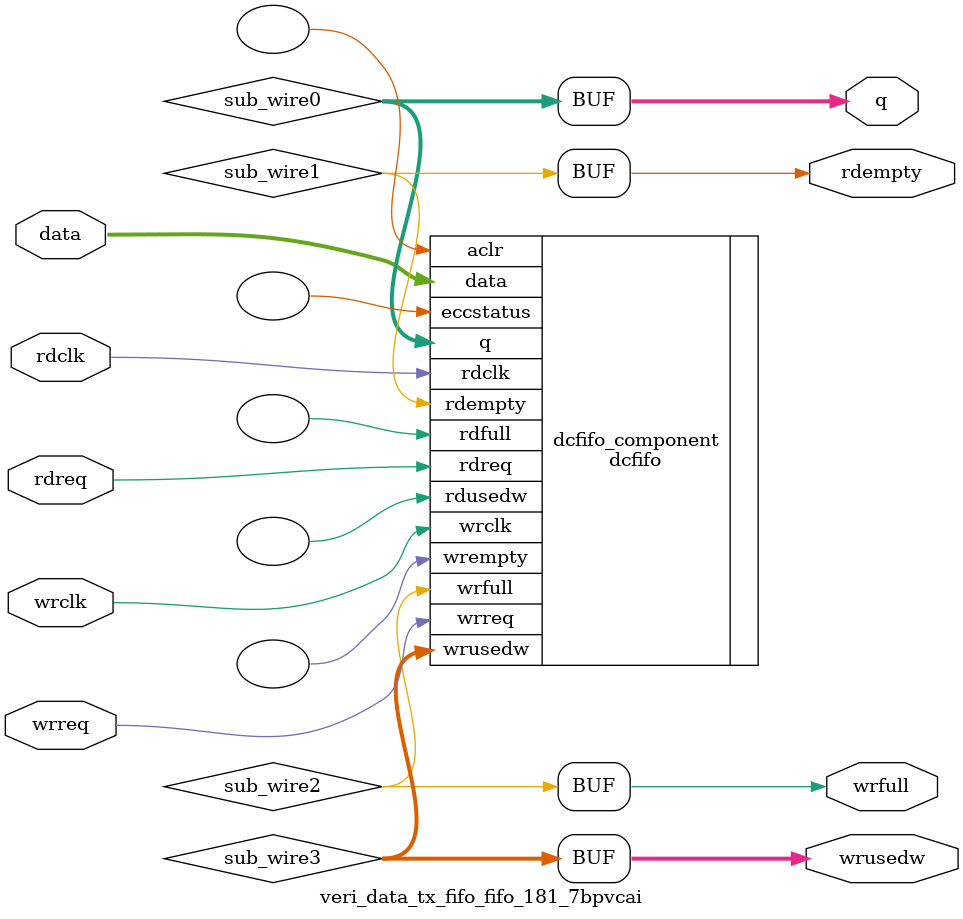
<source format=v>



`timescale 1 ps / 1 ps
// synopsys translate_on
module  veri_data_tx_fifo_fifo_181_7bpvcai  (
    data,
    rdclk,
    rdreq,
    wrclk,
    wrreq,
    q,
    rdempty,
    wrfull,
    wrusedw);

    input  [32:0]  data;
    input    rdclk;
    input    rdreq;
    input    wrclk;
    input    wrreq;
    output [32:0]  q;
    output   rdempty;
    output   wrfull;
    output [7:0]  wrusedw;

    wire [32:0] sub_wire0;
    wire  sub_wire1;
    wire  sub_wire2;
    wire [7:0] sub_wire3;
    wire [32:0] q = sub_wire0[32:0];
    wire  rdempty = sub_wire1;
    wire  wrfull = sub_wire2;
    wire [7:0] wrusedw = sub_wire3[7:0];

    dcfifo  dcfifo_component (
                .data (data),
                .rdclk (rdclk),
                .rdreq (rdreq),
                .wrclk (wrclk),
                .wrreq (wrreq),
                .q (sub_wire0),
                .rdempty (sub_wire1),
                .wrfull (sub_wire2),
                .wrusedw (sub_wire3),
                .aclr (),
                .eccstatus (),
                .rdfull (),
                .rdusedw (),
                .wrempty ());
    defparam
        dcfifo_component.enable_ecc  = "FALSE",
        dcfifo_component.intended_device_family  = "Arria 10",
        dcfifo_component.lpm_hint  = "DISABLE_DCFIFO_EMBEDDED_TIMING_CONSTRAINT=TRUE",
        dcfifo_component.lpm_numwords  = 256,
        dcfifo_component.lpm_showahead  = "ON",
        dcfifo_component.lpm_type  = "dcfifo",
        dcfifo_component.lpm_width  = 33,
        dcfifo_component.lpm_widthu  = 8,
        dcfifo_component.overflow_checking  = "ON",
        dcfifo_component.rdsync_delaypipe  = 4,
        dcfifo_component.underflow_checking  = "ON",
        dcfifo_component.use_eab  = "ON",
        dcfifo_component.wrsync_delaypipe  = 4;


endmodule



</source>
